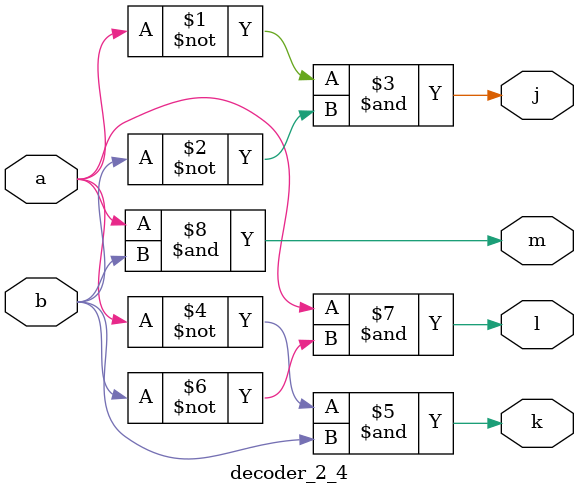
<source format=v>
module decoder_2_4(a,b,j,k,l,m);
      input a,b;
	    output j,k,l,m;
	  
      and a1 (j,~a,~b);
      and a2 (k,~a,b);
      and a3 (l,a,~b);
      and a4 (m,a,b);
endmodule

</source>
